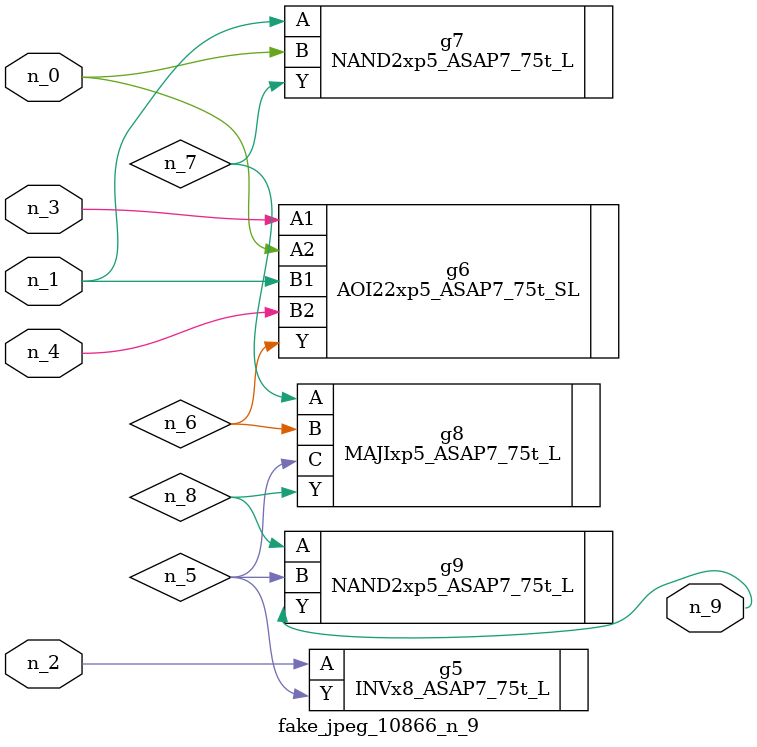
<source format=v>
module fake_jpeg_10866_n_9 (n_3, n_2, n_1, n_0, n_4, n_9);

input n_3;
input n_2;
input n_1;
input n_0;
input n_4;

output n_9;

wire n_8;
wire n_6;
wire n_5;
wire n_7;

INVx8_ASAP7_75t_L g5 ( 
.A(n_2),
.Y(n_5)
);

AOI22xp5_ASAP7_75t_SL g6 ( 
.A1(n_3),
.A2(n_0),
.B1(n_1),
.B2(n_4),
.Y(n_6)
);

NAND2xp5_ASAP7_75t_L g7 ( 
.A(n_1),
.B(n_0),
.Y(n_7)
);

MAJIxp5_ASAP7_75t_L g8 ( 
.A(n_7),
.B(n_6),
.C(n_5),
.Y(n_8)
);

NAND2xp5_ASAP7_75t_L g9 ( 
.A(n_8),
.B(n_5),
.Y(n_9)
);


endmodule
</source>
